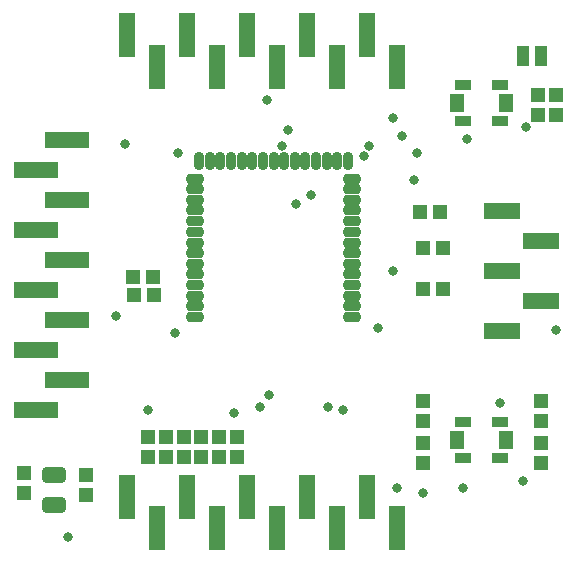
<source format=gts>
G04*
G04 #@! TF.GenerationSoftware,Altium Limited,Altium Designer,22.9.1 (49)*
G04*
G04 Layer_Color=8388736*
%FSLAX44Y44*%
%MOMM*%
G71*
G04*
G04 #@! TF.SameCoordinates,C56BC410-7C05-4C87-A6CA-29577A5DDFC1*
G04*
G04*
G04 #@! TF.FilePolarity,Negative*
G04*
G01*
G75*
%ADD26R,1.4732X3.7632*%
%ADD27R,1.4732X3.7632*%
%ADD28R,1.0532X0.8532*%
%ADD29R,3.1632X1.4732*%
%ADD30R,1.2032X1.2032*%
G04:AMPARAMS|DCode=31|XSize=1.4732mm|YSize=0.8132mm|CornerRadius=0.2541mm|HoleSize=0mm|Usage=FLASHONLY|Rotation=0.000|XOffset=0mm|YOffset=0mm|HoleType=Round|Shape=RoundedRectangle|*
%AMROUNDEDRECTD31*
21,1,1.4732,0.3050,0,0,0.0*
21,1,0.9650,0.8132,0,0,0.0*
1,1,0.5082,0.4825,-0.1525*
1,1,0.5082,-0.4825,-0.1525*
1,1,0.5082,-0.4825,0.1525*
1,1,0.5082,0.4825,0.1525*
%
%ADD31ROUNDEDRECTD31*%
G04:AMPARAMS|DCode=32|XSize=1.4732mm|YSize=0.8132mm|CornerRadius=0.2541mm|HoleSize=0mm|Usage=FLASHONLY|Rotation=90.000|XOffset=0mm|YOffset=0mm|HoleType=Round|Shape=RoundedRectangle|*
%AMROUNDEDRECTD32*
21,1,1.4732,0.3050,0,0,90.0*
21,1,0.9650,0.8132,0,0,90.0*
1,1,0.5082,0.1525,0.4825*
1,1,0.5082,0.1525,-0.4825*
1,1,0.5082,-0.1525,-0.4825*
1,1,0.5082,-0.1525,0.4825*
%
%ADD32ROUNDEDRECTD32*%
%ADD33R,1.2032X1.2032*%
G04:AMPARAMS|DCode=34|XSize=1.3032mm|YSize=2.1032mm|CornerRadius=0.3766mm|HoleSize=0mm|Usage=FLASHONLY|Rotation=270.000|XOffset=0mm|YOffset=0mm|HoleType=Round|Shape=RoundedRectangle|*
%AMROUNDEDRECTD34*
21,1,1.3032,1.3500,0,0,270.0*
21,1,0.5500,2.1032,0,0,270.0*
1,1,0.7532,-0.6750,-0.2750*
1,1,0.7532,-0.6750,0.2750*
1,1,0.7532,0.6750,0.2750*
1,1,0.7532,0.6750,-0.2750*
%
%ADD34ROUNDEDRECTD34*%
%ADD35R,1.1532X1.6032*%
%ADD36R,1.3532X0.9532*%
%ADD37R,3.7632X1.4732*%
%ADD38R,3.7632X1.4732*%
%ADD39C,0.8128*%
D26*
X635300Y674200D02*
D03*
X660700Y647500D02*
D03*
X559100D02*
D03*
X609900D02*
D03*
X457500D02*
D03*
X432100Y674200D02*
D03*
X508300Y647500D02*
D03*
X533700Y674200D02*
D03*
X534100Y1065000D02*
D03*
X508700Y1038300D02*
D03*
X432500Y1065000D02*
D03*
X457900Y1038300D02*
D03*
X610300D02*
D03*
X559500D02*
D03*
X661100D02*
D03*
X635700Y1065000D02*
D03*
D27*
X584500Y674200D02*
D03*
X482900D02*
D03*
X483300Y1065000D02*
D03*
X584900D02*
D03*
D28*
X767750Y1051750D02*
D03*
Y1043250D02*
D03*
X782250D02*
D03*
Y1051750D02*
D03*
D29*
X749700Y814600D02*
D03*
X782500Y840000D02*
D03*
X749700Y916200D02*
D03*
X782500Y890800D02*
D03*
X749700Y865400D02*
D03*
D30*
X465000Y725000D02*
D03*
X480000D02*
D03*
X682500Y755000D02*
D03*
X782500D02*
D03*
X510000Y725000D02*
D03*
Y708000D02*
D03*
X397500Y692500D02*
D03*
Y675500D02*
D03*
X525000Y725000D02*
D03*
Y708000D02*
D03*
X682500Y738000D02*
D03*
X782500D02*
D03*
X345000Y694500D02*
D03*
Y677500D02*
D03*
X782500Y719500D02*
D03*
Y702500D02*
D03*
X682500Y719500D02*
D03*
Y702500D02*
D03*
X465000Y708000D02*
D03*
X480000D02*
D03*
X450000Y725000D02*
D03*
Y708000D02*
D03*
X495000Y724500D02*
D03*
Y707500D02*
D03*
X794966Y1014313D02*
D03*
Y997313D02*
D03*
X780000Y1014500D02*
D03*
Y997500D02*
D03*
D31*
X622400Y943600D02*
D03*
Y934600D02*
D03*
Y925600D02*
D03*
Y907500D02*
D03*
Y880500D02*
D03*
Y889500D02*
D03*
Y898500D02*
D03*
Y916600D02*
D03*
Y871500D02*
D03*
Y862500D02*
D03*
Y853400D02*
D03*
Y844400D02*
D03*
Y835400D02*
D03*
Y826400D02*
D03*
X490000Y943600D02*
D03*
Y934600D02*
D03*
Y925600D02*
D03*
Y907500D02*
D03*
Y880500D02*
D03*
Y889500D02*
D03*
Y898500D02*
D03*
Y916600D02*
D03*
Y871500D02*
D03*
Y862500D02*
D03*
Y853400D02*
D03*
Y844400D02*
D03*
Y835400D02*
D03*
Y826400D02*
D03*
D32*
X574200Y958300D02*
D03*
X583200D02*
D03*
X610300D02*
D03*
X619300D02*
D03*
X601300D02*
D03*
X592300D02*
D03*
X565200D02*
D03*
X556200D02*
D03*
X493100D02*
D03*
X502100D02*
D03*
X529100D02*
D03*
X538200D02*
D03*
X547200D02*
D03*
X520100D02*
D03*
X511100D02*
D03*
D33*
X455000Y845000D02*
D03*
X438000D02*
D03*
X454500Y860000D02*
D03*
X437500D02*
D03*
X682500Y850000D02*
D03*
X699500D02*
D03*
X682500Y885000D02*
D03*
X699500D02*
D03*
X680500Y915000D02*
D03*
X697500D02*
D03*
D34*
X370000Y692500D02*
D03*
Y667500D02*
D03*
D35*
X711750Y722500D02*
D03*
X753250D02*
D03*
X711750Y1007500D02*
D03*
X753250D02*
D03*
D36*
X716750Y707250D02*
D03*
X748250D02*
D03*
Y737750D02*
D03*
X716750D02*
D03*
Y992250D02*
D03*
X748250D02*
D03*
Y1022750D02*
D03*
X716750D02*
D03*
D37*
X355000Y798300D02*
D03*
Y899900D02*
D03*
D38*
Y849100D02*
D03*
X381700Y823700D02*
D03*
X355000Y747500D02*
D03*
X381700Y772900D02*
D03*
Y925300D02*
D03*
Y874500D02*
D03*
Y976100D02*
D03*
X355000Y950700D02*
D03*
D39*
X645000Y817500D02*
D03*
X748250Y753250D02*
D03*
X382500Y640000D02*
D03*
X472800Y812500D02*
D03*
X450000Y747500D02*
D03*
X422500Y827500D02*
D03*
X767500Y687500D02*
D03*
X795000Y815000D02*
D03*
X720000Y977500D02*
D03*
X475000Y965000D02*
D03*
X430000Y972500D02*
D03*
X615000Y747500D02*
D03*
X716750Y681750D02*
D03*
X682500Y677500D02*
D03*
X660700Y681800D02*
D03*
X657500Y865000D02*
D03*
X675000Y942500D02*
D03*
X552500Y760000D02*
D03*
X545000Y750000D02*
D03*
X632500Y962500D02*
D03*
X636778Y971296D02*
D03*
X677534Y965034D02*
D03*
X770052Y987552D02*
D03*
X568706Y985012D02*
D03*
X550672Y1009904D02*
D03*
X563372Y971296D02*
D03*
X602500Y750000D02*
D03*
X522500Y745000D02*
D03*
X575000Y922500D02*
D03*
X587500Y930000D02*
D03*
X665000Y980000D02*
D03*
X657500Y995000D02*
D03*
M02*

</source>
